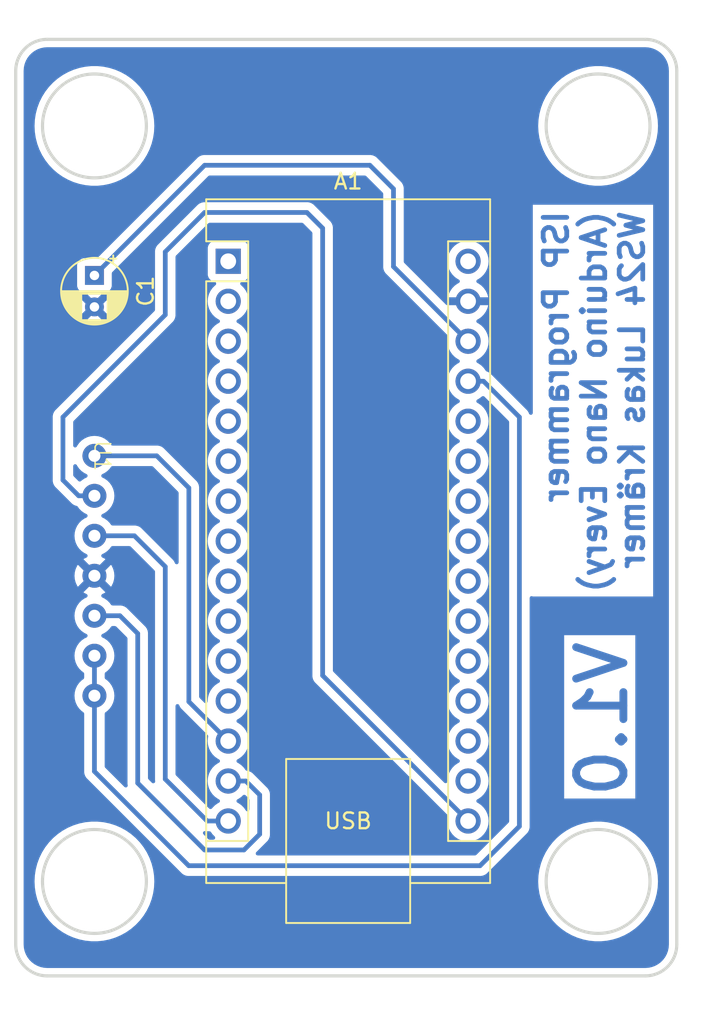
<source format=kicad_pcb>
(kicad_pcb (version 20240108) (generator "pcbnew") (generator_version "8.0")
  (layers (0 "F.Cu" signal) (31 "B.Cu" signal) (34 "B.Paste" user) (35 "F.Paste" user) (36 "B.SilkS" user "B.Silkscreen") (37 "F.SilkS" user "F.Silkscreen") (38 "B.Mask" user) (39 "F.Mask" user) (44 "Edge.Cuts" user))
  (net 0 "")
  (net 9 "5V")
  (net 15 "Net-(A1-SCK)")
  (net 18 "Net-(A1-MISO)")
  (net 20 "Net-(A1-GND-Pad29)")
  (net 21 "Net-(A1-~{RESET}-Pad28)")
  (net 27 "Net-(A1-MOSI)")
  (net 29 "Net-(A1-D10)")
  (net 30 "GND")
  (footprint "Capacitor_THT:CP_Radial_D4.0mm_P2.00mm" (layer "F.Cu") (at 116 62.5 -90)
    (property "Reference" "C1" (at 1 -3.25 90) (layer "F.SilkS"))
    (property "Value" "C_Polarized")
    (fp_line (start 1.2 0.84) (end 1.2 2.071) (stroke (width 0.12)) (layer "F.SilkS"))
    (fp_line (start 1.24 0.84) (end 1.24 2.067) (stroke (width 0.12)) (layer "F.SilkS"))
    (fp_line (start 1.28 0.84) (end 1.28 2.062) (stroke (width 0.12)) (layer "F.SilkS"))
    (fp_line (start 1.32 0.84) (end 1.32 2.056) (stroke (width 0.12)) (layer "F.SilkS"))
    (fp_line (start 1.36 0.84) (end 1.36 2.05) (stroke (width 0.12)) (layer "F.SilkS"))
    (fp_line (start 1.4 0.84) (end 1.4 2.042) (stroke (width 0.12)) (layer "F.SilkS"))
    (fp_line (start 1.44 0.84) (end 1.44 2.034) (stroke (width 0.12)) (layer "F.SilkS"))
    (fp_line (start 1.48 0.84) (end 1.48 2.025) (stroke (width 0.12)) (layer "F.SilkS"))
    (fp_line (start 1.52 0.84) (end 1.52 2.016) (stroke (width 0.12)) (layer "F.SilkS"))
    (fp_line (start 1.56 0.84) (end 1.56 2.005) (stroke (width 0.12)) (layer "F.SilkS"))
    (fp_line (start 1.6 0.84) (end 1.6 1.994) (stroke (width 0.12)) (layer "F.SilkS"))
    (fp_line (start 1.64 0.84) (end 1.64 1.982) (stroke (width 0.12)) (layer "F.SilkS"))
    (fp_line (start 1.68 0.84) (end 1.68 1.968) (stroke (width 0.12)) (layer "F.SilkS"))
    (fp_line (start 1.721 0.84) (end 1.721 1.954) (stroke (width 0.12)) (layer "F.SilkS"))
    (fp_line (start 1.761 0.84) (end 1.761 1.94) (stroke (width 0.12)) (layer "F.SilkS"))
    (fp_line (start 1.801 0.84) (end 1.801 1.924) (stroke (width 0.12)) (layer "F.SilkS"))
    (fp_line (start 1.841 0.84) (end 1.841 1.907) (stroke (width 0.12)) (layer "F.SilkS"))
    (fp_line (start 1.881 0.84) (end 1.881 1.889) (stroke (width 0.12)) (layer "F.SilkS"))
    (fp_line (start 1.921 0.84) (end 1.921 1.87) (stroke (width 0.12)) (layer "F.SilkS"))
    (fp_line (start 1.961 0.84) (end 1.961 1.851) (stroke (width 0.12)) (layer "F.SilkS"))
    (fp_line (start 2.001 0.84) (end 2.001 1.83) (stroke (width 0.12)) (layer "F.SilkS"))
    (fp_line (start 2.041 0.84) (end 2.041 1.808) (stroke (width 0.12)) (layer "F.SilkS"))
    (fp_line (start 2.081 0.84) (end 2.081 1.785) (stroke (width 0.12)) (layer "F.SilkS"))
    (fp_line (start 2.121 0.84) (end 2.121 1.76) (stroke (width 0.12)) (layer "F.SilkS"))
    (fp_line (start 2.161 0.84) (end 2.161 1.735) (stroke (width 0.12)) (layer "F.SilkS"))
    (fp_line (start 2.201 0.84) (end 2.201 1.708) (stroke (width 0.12)) (layer "F.SilkS"))
    (fp_line (start 2.241 0.84) (end 2.241 1.68) (stroke (width 0.12)) (layer "F.SilkS"))
    (fp_line (start 2.281 0.84) (end 2.281 1.65) (stroke (width 0.12)) (layer "F.SilkS"))
    (fp_line (start 2.321 0.84) (end 2.321 1.619) (stroke (width 0.12)) (layer "F.SilkS"))
    (fp_line (start 2.361 0.84) (end 2.361 1.587) (stroke (width 0.12)) (layer "F.SilkS"))
    (fp_line (start 2.401 0.84) (end 2.401 1.552) (stroke (width 0.12)) (layer "F.SilkS"))
    (fp_line (start 2.441 0.84) (end 2.441 1.516) (stroke (width 0.12)) (layer "F.SilkS"))
    (fp_line (start 2.481 0.84) (end 2.481 1.478) (stroke (width 0.12)) (layer "F.SilkS"))
    (fp_line (start 2.521 0.84) (end 2.521 1.438) (stroke (width 0.12)) (layer "F.SilkS"))
    (fp_line (start 2.561 0.84) (end 2.561 1.396) (stroke (width 0.12)) (layer "F.SilkS"))
    (fp_line (start 2.601 0.84) (end 2.601 1.351) (stroke (width 0.12)) (layer "F.SilkS"))
    (fp_line (start 2.641 0.84) (end 2.641 1.304) (stroke (width 0.12)) (layer "F.SilkS"))
    (fp_line (start 2.681 0.84) (end 2.681 1.254) (stroke (width 0.12)) (layer "F.SilkS"))
    (fp_line (start 2.721 0.84) (end 2.721 1.2) (stroke (width 0.12)) (layer "F.SilkS"))
    (fp_line (start 2.761 0.84) (end 2.761 1.142) (stroke (width 0.12)) (layer "F.SilkS"))
    (fp_line (start 2.801 0.84) (end 2.801 1.08) (stroke (width 0.12)) (layer "F.SilkS"))
    (fp_line (start 3.081 -0.37) (end 3.081 0.37) (stroke (width 0.12)) (layer "F.SilkS"))
    (fp_line (start 3.041 -0.537) (end 3.041 0.537) (stroke (width 0.12)) (layer "F.SilkS"))
    (fp_line (start 3.001 -0.664) (end 3.001 0.664) (stroke (width 0.12)) (layer "F.SilkS"))
    (fp_line (start 2.961 -0.768) (end 2.961 0.768) (stroke (width 0.12)) (layer "F.SilkS"))
    (fp_line (start 2.921 -0.859) (end 2.921 0.859) (stroke (width 0.12)) (layer "F.SilkS"))
    (fp_line (start 2.881 -0.94) (end 2.881 0.94) (stroke (width 0.12)) (layer "F.SilkS"))
    (fp_line (start 2.841 -1.013) (end 2.841 1.013) (stroke (width 0.12)) (layer "F.SilkS"))
    (fp_line (start 2.801 -1.08) (end 2.801 -0.84) (stroke (width 0.12)) (layer "F.SilkS"))
    (fp_line (start 2.761 -1.142) (end 2.761 -0.84) (stroke (width 0.12)) (layer "F.SilkS"))
    (fp_line (start -1.269801 -1.195) (end -0.869801 -1.195) (stroke (width 0.12)) (layer "F.SilkS"))
    (fp_line (start 2.721 -1.2) (end 2.721 -0.84) (stroke (width 0.12)) (layer "F.SilkS"))
    (fp_line (start 2.681 -1.254) (end 2.681 -0.84) (stroke (width 0.12)) (layer "F.SilkS"))
    (fp_line (start 2.641 -1.304) (end 2.641 -0.84) (stroke (width 0.12)) (layer "F.SilkS"))
    (fp_line (start 2.601 -1.351) (end 2.601 -0.84) (stroke (width 0.12)) (layer "F.SilkS"))
    (fp_line (start -1.069801 -1.395) (end -1.069801 -0.995) (stroke (width 0.12)) (layer "F.SilkS"))
    (fp_line (start 2.561 -1.396) (end 2.561 -0.84) (stroke (width 0.12)) (layer "F.SilkS"))
    (fp_line (start 2.521 -1.438) (end 2.521 -0.84) (stroke (width 0.12)) (layer "F.SilkS"))
    (fp_line (start 2.481 -1.478) (end 2.481 -0.84) (stroke (width 0.12)) (layer "F.SilkS"))
    (fp_line (start 2.441 -1.516) (end 2.441 -0.84) (stroke (width 0.12)) (layer "F.SilkS"))
    (fp_line (start 2.401 -1.552) (end 2.401 -0.84) (stroke (width 0.12)) (layer "F.SilkS"))
    (fp_line (start 2.361 -1.587) (end 2.361 -0.84) (stroke (width 0.12)) (layer "F.SilkS"))
    (fp_line (start 2.321 -1.619) (end 2.321 -0.84) (stroke (width 0.12)) (layer "F.SilkS"))
    (fp_line (start 2.281 -1.65) (end 2.281 -0.84) (stroke (width 0.12)) (layer "F.SilkS"))
    (fp_line (start 2.241 -1.68) (end 2.241 -0.84) (stroke (width 0.12)) (layer "F.SilkS"))
    (fp_line (start 2.201 -1.708) (end 2.201 -0.84) (stroke (width 0.12)) (layer "F.SilkS"))
    (fp_line (start 2.161 -1.735) (end 2.161 -0.84) (stroke (width 0.12)) (layer "F.SilkS"))
    (fp_line (start 2.121 -1.76) (end 2.121 -0.84) (stroke (width 0.12)) (layer "F.SilkS"))
    (fp_line (start 2.081 -1.785) (end 2.081 -0.84) (stroke (width 0.12)) (layer "F.SilkS"))
    (fp_line (start 2.041 -1.808) (end 2.041 -0.84) (stroke (width 0.12)) (layer "F.SilkS"))
    (fp_line (start 2.001 -1.83) (end 2.001 -0.84) (stroke (width 0.12)) (layer "F.SilkS"))
    (fp_line (start 1.961 -1.851) (end 1.961 -0.84) (stroke (width 0.12)) (layer "F.SilkS"))
    (fp_line (start 1.921 -1.87) (end 1.921 -0.84) (stroke (width 0.12)) (layer "F.SilkS"))
    (fp_line (start 1.881 -1.889) (end 1.881 -0.84) (stroke (width 0.12)) (layer "F.SilkS"))
    (fp_line (start 1.841 -1.907) (end 1.841 -0.84) (stroke (width 0.12)) (layer "F.SilkS"))
    (fp_line (start 1.801 -1.924) (end 1.801 -0.84) (stroke (width 0.12)) (layer "F.SilkS"))
    (fp_line (start 1.761 -1.94) (end 1.761 -0.84) (stroke (width 0.12)) (layer "F.SilkS"))
    (fp_line (start 1.721 -1.954) (end 1.721 -0.84) (stroke (width 0.12)) (layer "F.SilkS"))
    (fp_line (start 1.68 -1.968) (end 1.68 -0.84) (stroke (width 0.12)) (layer "F.SilkS"))
    (fp_line (start 1.64 -1.982) (end 1.64 -0.84) (stroke (width 0.12)) (layer "F.SilkS"))
    (fp_line (start 1.6 -1.994) (end 1.6 -0.84) (stroke (width 0.12)) (layer "F.SilkS"))
    (fp_line (start 1.56 -2.005) (end 1.56 -0.84) (stroke (width 0.12)) (layer "F.SilkS"))
    (fp_line (start 1.52 -2.016) (end 1.52 -0.84) (stroke (width 0.12)) (layer "F.SilkS"))
    (fp_line (start 1.48 -2.025) (end 1.48 -0.84) (stroke (width 0.12)) (layer "F.SilkS"))
    (fp_line (start 1.44 -2.034) (end 1.44 -0.84) (stroke (width 0.12)) (layer "F.SilkS"))
    (fp_line (start 1.4 -2.042) (end 1.4 -0.84) (stroke (width 0.12)) (layer "F.SilkS"))
    (fp_line (start 1.36 -2.05) (end 1.36 -0.84) (stroke (width 0.12)) (layer "F.SilkS"))
    (fp_line (start 1.32 -2.056) (end 1.32 -0.84) (stroke (width 0.12)) (layer "F.SilkS"))
    (fp_line (start 1.28 -2.062) (end 1.28 -0.84) (stroke (width 0.12)) (layer "F.SilkS"))
    (fp_line (start 1.24 -2.067) (end 1.24 -0.84) (stroke (width 0.12)) (layer "F.SilkS"))
    (fp_line (start 1.2 -2.071) (end 1.2 -0.84) (stroke (width 0.12)) (layer "F.SilkS"))
    (fp_line (start 1.16 -2.074) (end 1.16 2.074) (stroke (width 0.12)) (layer "F.SilkS"))
    (fp_line (start 1.12 -2.077) (end 1.12 2.077) (stroke (width 0.12)) (layer "F.SilkS"))
    (fp_line (start 1.08 -2.079) (end 1.08 2.079) (stroke (width 0.12)) (layer "F.SilkS"))
    (fp_line (start 1 -2.08) (end 1 2.08) (stroke (width 0.12)) (layer "F.SilkS"))
    (fp_line (start 1.04 -2.08) (end 1.04 2.08) (stroke (width 0.12)) (layer "F.SilkS"))
    (fp_circle (center 1 0) (end 3.12 0) (stroke (width 0.12)) (fill none) (layer "F.SilkS"))
    (pad "1" thru_hole rect (at 0 0 270) (size 1.2 1.2) (drill 0.6) (layers "*.Cu" "*.Mask") (net 21 "Net-(A1-~{RESET}-Pad28)"))
    (pad "2" thru_hole circle (at 2 0 270) (size 1.2 1.2) (drill 0.6) (layers "*.Cu" "*.Mask") (net 30 "GND"))
  )
  (footprint "Library:Arduino_connector" (layer "F.Cu") (at 116 73.96 -90)
    (property "Reference" "U1" (at 0 -0.5 -90) (layer "F.SilkS") (effects (font (thickness 0.1))))
    (property "Value" "~")
    (pad "1" thru_hole circle (at 0 0 270) (size 1.524 1.524) (drill 0.762) (layers "*.Cu" "*.Mask") (net 29 "Net-(A1-D10)"))
    (pad "2" thru_hole circle (at 2.54 0 270) (size 1.524 1.524) (drill 0.762) (layers "*.Cu" "*.Mask") (net 15 "Net-(A1-SCK)"))
    (pad "3" thru_hole circle (at 5.08 0 270) (size 1.524 1.524) (drill 0.762) (layers "*.Cu" "*.Mask") (net 18 "Net-(A1-MISO)"))
    (pad "4" thru_hole circle (at 7.62 0 270) (size 1.524 1.524) (drill 0.762) (layers "*.Cu" "*.Mask") (net 30 "GND"))
    (pad "5" thru_hole circle (at 10.16 0 270) (size 1.524 1.524) (drill 0.762) (layers "*.Cu" "*.Mask") (net 27 "Net-(A1-MOSI)"))
    (pad "6" thru_hole circle (at 12.7 0 270) (size 1.524 1.524) (drill 0.762) (layers "*.Cu" "*.Mask") (net 9 "5V"))
    (pad "7" thru_hole circle (at 15.24 0 270) (size 1.524 1.524) (drill 0.762) (layers "*.Cu" "*.Mask") (net 9 "5V"))
  )
  (footprint "Module:Arduino_Nano" (layer "F.Cu") (at 124.5 61.6)
    (property "Reference" "A1" (at 7.62 -5.08 0) (layer "F.SilkS"))
    (property "Value" "Arduino_Nano_Every")
    (fp_line (start -1.4 -3.94) (end -1.4 -1.27) (stroke (width 0.12)) (layer "F.SilkS"))
    (fp_line (start -1.4 1.27) (end -1.4 39.5) (stroke (width 0.12)) (layer "F.SilkS"))
    (fp_line (start -1.4 39.5) (end 3.68 39.5) (stroke (width 0.12)) (layer "F.SilkS"))
    (fp_line (start 1.27 -1.27) (end -1.4 -1.27) (stroke (width 0.12)) (layer "F.SilkS"))
    (fp_line (start 1.27 1.27) (end -1.4 1.27) (stroke (width 0.12)) (layer "F.SilkS"))
    (fp_line (start 1.27 1.27) (end 1.27 -1.27) (stroke (width 0.12)) (layer "F.SilkS"))
    (fp_line (start 1.27 1.27) (end 1.27 36.83) (stroke (width 0.12)) (layer "F.SilkS"))
    (fp_line (start 1.27 36.83) (end -1.4 36.83) (stroke (width 0.12)) (layer "F.SilkS"))
    (fp_line (start 3.68 31.62) (end 11.56 31.62) (stroke (width 0.12)) (layer "F.SilkS"))
    (fp_line (start 3.68 42.04) (end 3.68 31.62) (stroke (width 0.12)) (layer "F.SilkS"))
    (fp_line (start 11.56 31.62) (end 11.56 42.04) (stroke (width 0.12)) (layer "F.SilkS"))
    (fp_line (start 11.56 42.04) (end 3.68 42.04) (stroke (width 0.12)) (layer "F.SilkS"))
    (fp_line (start 13.97 -1.27) (end 13.97 36.83) (stroke (width 0.12)) (layer "F.SilkS"))
    (fp_line (start 13.97 -1.27) (end 16.64 -1.27) (stroke (width 0.12)) (layer "F.SilkS"))
    (fp_line (start 13.97 36.83) (end 16.64 36.83) (stroke (width 0.12)) (layer "F.SilkS"))
    (fp_line (start 16.64 -3.94) (end -1.4 -3.94) (stroke (width 0.12)) (layer "F.SilkS"))
    (fp_line (start 16.64 39.5) (end 11.56 39.5) (stroke (width 0.12)) (layer "F.SilkS"))
    (fp_line (start 16.64 39.5) (end 16.64 -3.94) (stroke (width 0.12)) (layer "F.SilkS"))
    (fp_text user "USB" (at 7.62 35.56 0) (layer "F.SilkS"))
    (pad "1" thru_hole rect (at 0 0) (size 1.6 1.6) (drill 1) (layers "*.Cu" "*.Mask"))
    (pad "2" thru_hole oval (at 0 2.54) (size 1.6 1.6) (drill 1) (layers "*.Cu" "*.Mask"))
    (pad "3" thru_hole oval (at 0 5.08) (size 1.6 1.6) (drill 1) (layers "*.Cu" "*.Mask"))
    (pad "4" thru_hole oval (at 0 7.62) (size 1.6 1.6) (drill 1) (layers "*.Cu" "*.Mask") (net 20 "Net-(A1-GND-Pad29)"))
    (pad "5" thru_hole oval (at 0 10.16) (size 1.6 1.6) (drill 1) (layers "*.Cu" "*.Mask"))
    (pad "6" thru_hole oval (at 0 12.7) (size 1.6 1.6) (drill 1) (layers "*.Cu" "*.Mask"))
    (pad "7" thru_hole oval (at 0 15.24) (size 1.6 1.6) (drill 1) (layers "*.Cu" "*.Mask"))
    (pad "8" thru_hole oval (at 0 17.78) (size 1.6 1.6) (drill 1) (layers "*.Cu" "*.Mask"))
    (pad "9" thru_hole oval (at 0 20.32) (size 1.6 1.6) (drill 1) (layers "*.Cu" "*.Mask"))
    (pad "10" thru_hole oval (at 0 22.86) (size 1.6 1.6) (drill 1) (layers "*.Cu" "*.Mask"))
    (pad "11" thru_hole oval (at 0 25.4) (size 1.6 1.6) (drill 1) (layers "*.Cu" "*.Mask"))
    (pad "12" thru_hole oval (at 0 27.94) (size 1.6 1.6) (drill 1) (layers "*.Cu" "*.Mask"))
    (pad "13" thru_hole oval (at 0 30.48) (size 1.6 1.6) (drill 1) (layers "*.Cu" "*.Mask") (net 29 "Net-(A1-D10)"))
    (pad "14" thru_hole oval (at 0 33.02) (size 1.6 1.6) (drill 1) (layers "*.Cu" "*.Mask") (net 27 "Net-(A1-MOSI)"))
    (pad "15" thru_hole oval (at 0 35.56) (size 1.6 1.6) (drill 1) (layers "*.Cu" "*.Mask") (net 18 "Net-(A1-MISO)"))
    (pad "16" thru_hole oval (at 15.24 35.56) (size 1.6 1.6) (drill 1) (layers "*.Cu" "*.Mask") (net 15 "Net-(A1-SCK)"))
    (pad "17" thru_hole oval (at 15.24 33.02) (size 1.6 1.6) (drill 1) (layers "*.Cu" "*.Mask"))
    (pad "18" thru_hole oval (at 15.24 30.48) (size 1.6 1.6) (drill 1) (layers "*.Cu" "*.Mask"))
    (pad "19" thru_hole oval (at 15.24 27.94) (size 1.6 1.6) (drill 1) (layers "*.Cu" "*.Mask"))
    (pad "20" thru_hole oval (at 15.24 25.4) (size 1.6 1.6) (drill 1) (layers "*.Cu" "*.Mask"))
    (pad "21" thru_hole oval (at 15.24 22.86) (size 1.6 1.6) (drill 1) (layers "*.Cu" "*.Mask"))
    (pad "22" thru_hole oval (at 15.24 20.32) (size 1.6 1.6) (drill 1) (layers "*.Cu" "*.Mask"))
    (pad "23" thru_hole oval (at 15.24 17.78) (size 1.6 1.6) (drill 1) (layers "*.Cu" "*.Mask"))
    (pad "24" thru_hole oval (at 15.24 15.24) (size 1.6 1.6) (drill 1) (layers "*.Cu" "*.Mask"))
    (pad "25" thru_hole oval (at 15.24 12.7) (size 1.6 1.6) (drill 1) (layers "*.Cu" "*.Mask"))
    (pad "26" thru_hole oval (at 15.24 10.16) (size 1.6 1.6) (drill 1) (layers "*.Cu" "*.Mask"))
    (pad "27" thru_hole oval (at 15.24 7.62) (size 1.6 1.6) (drill 1) (layers "*.Cu" "*.Mask") (net 9 "5V"))
    (pad "28" thru_hole oval (at 15.24 5.08) (size 1.6 1.6) (drill 1) (layers "*.Cu" "*.Mask") (net 21 "Net-(A1-~{RESET}-Pad28)"))
    (pad "29" thru_hole oval (at 15.24 2.54) (size 1.6 1.6) (drill 1) (layers "*.Cu" "*.Mask") (net 30 "GND"))
    (pad "30" thru_hole oval (at 15.24 0) (size 1.6 1.6) (drill 1) (layers "*.Cu" "*.Mask"))
  )
  (gr_circle (center 148 101) (end 151.3 101) (stroke (width 0.2)) (fill none) (layer "Edge.Cuts"))
  (gr_line (start 111 105) (end 111 49.5) (stroke (width 0.2)) (layer "Edge.Cuts"))
  (gr_circle (center 116 101) (end 119.3 101) (stroke (width 0.2)) (fill none) (layer "Edge.Cuts"))
  (gr_circle (center 148 53) (end 151.3 53) (stroke (width 0.2)) (fill none) (layer "Edge.Cuts"))
  (gr_arc (start 113 107) (mid 111.585786 106.414214) (end 111 105) (stroke (width 0.2)) (layer "Edge.Cuts"))
  (gr_line (start 113 107) (end 151 107) (stroke (width 0.2)) (layer "Edge.Cuts"))
  (gr_line (start 153 105) (end 153 49.5) (stroke (width 0.2)) (layer "Edge.Cuts"))
  (gr_line (start 151 47.5) (end 113 47.5) (stroke (width 0.2)) (layer "Edge.Cuts"))
  (gr_arc (start 151 47.5) (mid 152.414214 48.085786) (end 153 49.5) (stroke (width 0.2)) (layer "Edge.Cuts"))
  (gr_arc (start 111 49.5) (mid 111.585786 48.085786) (end 113 47.5) (stroke (width 0.2)) (layer "Edge.Cuts"))
  (gr_arc (start 153 105) (mid 152.414214 106.414214) (end 151 107) (stroke (width 0.2)) (layer "Edge.Cuts"))
  (gr_circle (center 116 53) (end 119.3 53) (stroke (width 0.2)) (fill none) (layer "Edge.Cuts"))
  (gr_text "V1.0" (at 150 85.5 90) (layer "B.Cu") (effects (font (size 3 3) (thickness 0.5) (bold yes)) (justify left bottom mirror)))
  (gr_text "ISP Programmer\n(Arduino Nano Every)\nWS24 Lukas Krämer" (at 151.038314 58.254597 90) (layer "B.Cu") (effects (font (size 1.5 1.5) (thickness 0.3) (bold yes)) (justify left bottom mirror)))
  (segment (start 140.5 100) (end 143 97.5) (width 0.3) (layer "B.Cu") (net 9))
  (segment (start 140.72 69.22) (end 139.74 69.22) (width 0.3) (layer "B.Cu") (net 9))
  (segment (start 116 89.2) (end 116 86.66) (width 0.3) (layer "B.Cu") (net 9))
  (segment (start 116 94.010206) (end 121.989794 100) (width 0.3) (layer "B.Cu") (net 9))
  (segment (start 143 71.5) (end 140.72 69.22) (width 0.3) (layer "B.Cu") (net 9))
  (segment (start 116 89.2) (end 116 94.010206) (width 0.3) (layer "B.Cu") (net 9))
  (segment (start 143 97.5) (end 143 71.5) (width 0.3) (layer "B.Cu") (net 9))
  (segment (start 121.989794 100) (end 140.5 100) (width 0.3) (layer "B.Cu") (net 9))
  (segment (start 115 76.5) (end 116 76.5) (width 0.3) (layer "B.Cu") (net 15))
  (segment (start 123 58.5) (end 120.5 61) (width 0.3) (layer "B.Cu") (net 15))
  (segment (start 129.5 58.5) (end 123 58.5) (width 0.3) (layer "B.Cu") (net 15))
  (segment (start 130.5 59.5) (end 129.5 58.5) (width 0.3) (layer "B.Cu") (net 15))
  (segment (start 114 75.5) (end 115 76.5) (width 0.3) (layer "B.Cu") (net 15))
  (segment (start 130.5 87.92) (end 130.5 59.5) (width 0.3) (layer "B.Cu") (net 15))
  (segment (start 120.5 65) (end 114 71.5) (width 0.3) (layer "B.Cu") (net 15))
  (segment (start 139.74 97.16) (end 130.5 87.92) (width 0.3) (layer "B.Cu") (net 15))
  (segment (start 114 71.5) (end 114 75.5) (width 0.3) (layer "B.Cu") (net 15))
  (segment (start 120.5 61) (end 120.5 65) (width 0.3) (layer "B.Cu") (net 15))
  (segment (start 118.54 79.04) (end 120.5 81) (width 0.3) (layer "B.Cu") (net 18))
  (segment (start 120.5 94.5) (end 123.16 97.16) (width 0.3) (layer "B.Cu") (net 18))
  (segment (start 120.5 81) (end 120.5 94.5) (width 0.3) (layer "B.Cu") (net 18))
  (segment (start 116 79.04) (end 118.54 79.04) (width 0.3) (layer "B.Cu") (net 18))
  (segment (start 123.16 97.16) (end 124.5 97.16) (width 0.3) (layer "B.Cu") (net 18))
  (segment (start 133.5 55.5) (end 123 55.5) (width 0.3) (layer "B.Cu") (net 21))
  (segment (start 139.74 66.68) (end 135 61.94) (width 0.3) (layer "B.Cu") (net 21))
  (segment (start 135 57) (end 133.5 55.5) (width 0.3) (layer "B.Cu") (net 21))
  (segment (start 123 55.5) (end 116 62.5) (width 0.3) (layer "B.Cu") (net 21))
  (segment (start 135 61.94) (end 135 57) (width 0.3) (layer "B.Cu") (net 21))
  (segment (start 126.5 98) (end 126.5 95.5) (width 0.3) (layer "B.Cu") (net 27))
  (segment (start 117.62 84.12) (end 118.750902 85.250902) (width 0.3) (layer "B.Cu") (net 27))
  (segment (start 125.62 94.62) (end 124.5 94.62) (width 0.3) (layer "B.Cu") (net 27))
  (segment (start 116 84.12) (end 117.62 84.12) (width 0.3) (layer "B.Cu") (net 27))
  (segment (start 118.750902 94.750902) (end 123 99) (width 0.3) (layer "B.Cu") (net 27))
  (segment (start 125.5 99) (end 126.5 98) (width 0.3) (layer "B.Cu") (net 27))
  (segment (start 118.750902 85.250902) (end 118.750902 94.750902) (width 0.3) (layer "B.Cu") (net 27))
  (segment (start 123 99) (end 125.5 99) (width 0.3) (layer "B.Cu") (net 27))
  (segment (start 126.5 95.5) (end 125.62 94.62) (width 0.3) (layer "B.Cu") (net 27))
  (segment (start 116 73.96) (end 119.96 73.96) (width 0.3) (layer "B.Cu") (net 29))
  (segment (start 122 76) (end 122 89.58) (width 0.3) (layer "B.Cu") (net 29))
  (segment (start 122 89.58) (end 124.5 92.08) (width 0.3) (layer "B.Cu") (net 29))
  (segment (start 119.96 73.96) (end 122 76) (width 0.3) (layer "B.Cu") (net 29))
  (segment (start 116 81.58) (end 112.5 78.08) (width 0.3) (layer "B.Cu") (net 30))
  (segment (start 112.5 68) (end 116 64.5) (width 0.3) (layer "B.Cu") (net 30))
  (segment (start 112.5 78.08) (end 112.5 68) (width 0.3) (layer "B.Cu") (net 30))
  (zone (net 30) (net_name "GND") (layer "B.Cu") (connect_pads (clearance 0.5)) (min_thickness 0.25) (fill yes (thermal_gap 0.5) (thermal_bridge_width 0.5) (island_removal_mode 1) (island_area_min 10))
    (polygon (pts (xy 110 45) (xy 155 45) (xy 155 110) (xy 110 110)))
  )
)
</source>
